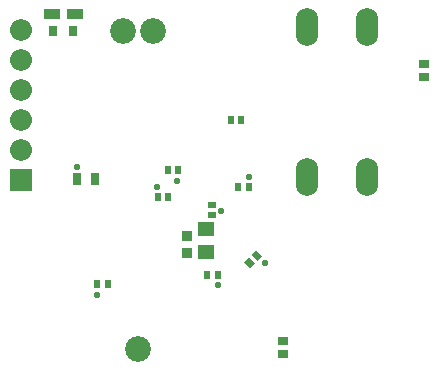
<source format=gbr>
G04 #@! TF.FileFunction,Soldermask,Bot*
%FSLAX46Y46*%
G04 Gerber Fmt 4.6, Leading zero omitted, Abs format (unit mm)*
G04 Created by KiCad (PCBNEW 4.0.5) date 05/26/17 17:54:40*
%MOMM*%
%LPD*%
G01*
G04 APERTURE LIST*
%ADD10C,0.100000*%
%ADD11C,2.184400*%
%ADD12R,1.352400X0.902400*%
%ADD13R,0.752400X0.952400*%
%ADD14R,1.402400X1.152400*%
%ADD15R,0.902400X0.952400*%
%ADD16R,0.852400X0.752400*%
%ADD17R,1.852400X1.852400*%
%ADD18O,1.852400X1.852400*%
%ADD19O,1.879600X3.200400*%
%ADD20R,0.652400X1.052400*%
%ADD21R,0.552400X0.752400*%
%ADD22C,0.533400*%
%ADD23R,0.752400X0.552400*%
G04 APERTURE END LIST*
D10*
D11*
X13462000Y31521400D03*
X10922000Y31521400D03*
X12192000Y4597400D03*
D12*
X6842800Y32943800D03*
X4942800Y32943800D03*
D13*
X4992000Y31521400D03*
X6692000Y31521400D03*
D14*
X17932400Y12804900D03*
X17932400Y14804900D03*
D15*
X16357600Y12712000D03*
X16357600Y14212000D03*
D16*
X36385500Y28769400D03*
X36385500Y27669400D03*
X24472900Y4212500D03*
X24472900Y5312500D03*
D17*
X2311400Y18948400D03*
D18*
X2311400Y21488400D03*
X2311400Y24028400D03*
X2311400Y26568400D03*
X2311400Y29108400D03*
X2311400Y31648400D03*
D19*
X31546800Y31851600D03*
X26466800Y31851600D03*
X31546800Y19151600D03*
X26466800Y19151600D03*
D20*
X7022400Y18999200D03*
X8522400Y18999200D03*
D10*
G36*
X21685413Y11450586D02*
X21153386Y11982613D01*
X21543991Y12373218D01*
X22076018Y11841191D01*
X21685413Y11450586D01*
X21685413Y11450586D01*
G37*
G36*
X22321809Y12086982D02*
X21789782Y12619009D01*
X22180387Y13009614D01*
X22712414Y12477587D01*
X22321809Y12086982D01*
X22321809Y12086982D01*
G37*
D21*
X14737500Y17462500D03*
X13837500Y17462500D03*
X15601100Y19773900D03*
X14701100Y19773900D03*
X20657400Y18338800D03*
X21557400Y18338800D03*
D22*
X7023100Y20053300D03*
X8750300Y9220200D03*
X22961600Y11887200D03*
X19215100Y16306800D03*
X15468600Y18859500D03*
X13830300Y18364200D03*
X18935700Y10058400D03*
X21564600Y19202400D03*
D21*
X8744800Y10109200D03*
X9644800Y10109200D03*
D23*
X18440400Y16833000D03*
X18440400Y15933000D03*
D21*
X18041200Y10909300D03*
X18941200Y10909300D03*
X20922400Y24028400D03*
X20022400Y24028400D03*
M02*

</source>
